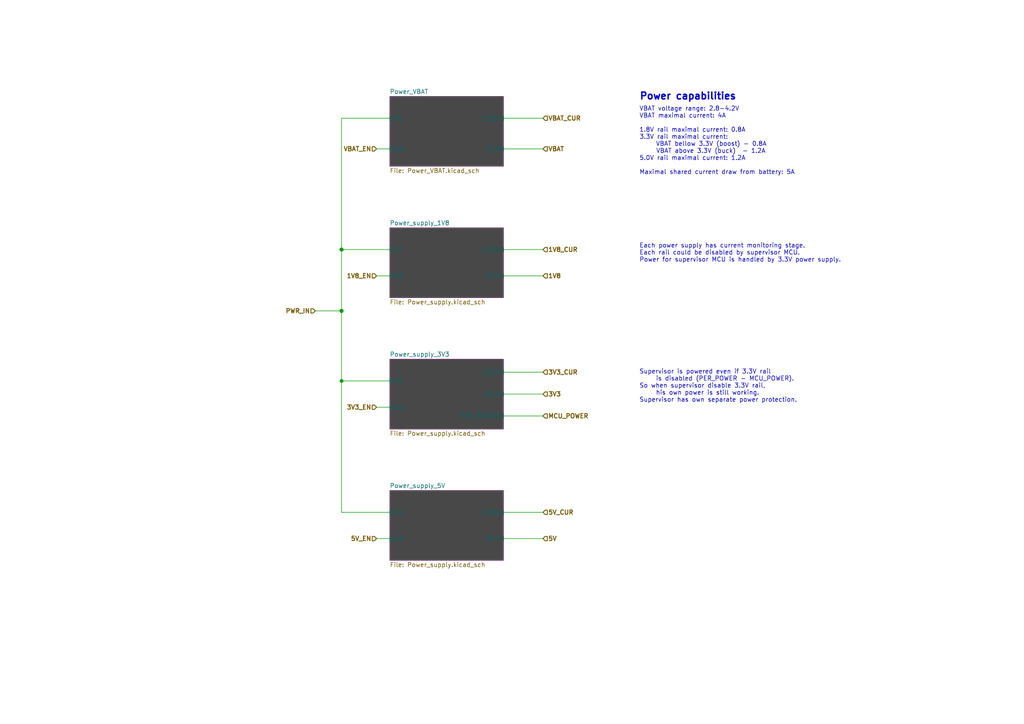
<source format=kicad_sch>
(kicad_sch (version 20210621) (generator eeschema)
  (paper "A4")
  (title_block (title "BUTCube - EPS") (date "2021-06-01") (rev "v1.0") (company "VUT - FIT(STRaDe) & FME(IAE & IPE)") (comment 1 "Author: Petr Malaník"))
  (lib_symbols)
  (junction (at 99.06 72.39) (diameter 1.016))
  (junction (at 99.06 90.17) (diameter 1.016))
  (junction (at 99.06 110.49) (diameter 0.9144))
  (wire (pts (xy 99.06 34.29) (xy 99.06 72.39)))
  (wire (pts (xy 99.06 72.39) (xy 99.06 90.17)))
  (wire (pts (xy 99.06 72.39) (xy 113.03 72.39)))
  (wire (pts (xy 99.06 90.17) (xy 91.44 90.17)))
  (wire (pts (xy 99.06 90.17) (xy 99.06 110.49)))
  (wire (pts (xy 99.06 110.49) (xy 113.03 110.49)))
  (wire (pts (xy 99.06 148.59) (xy 99.06 110.49)))
  (wire (pts (xy 99.06 148.59) (xy 113.03 148.59)))
  (wire (pts (xy 109.22 43.18) (xy 113.03 43.18)))
  (wire (pts (xy 109.22 80.01) (xy 113.03 80.01)))
  (wire (pts (xy 109.22 118.11) (xy 113.03 118.11)))
  (wire (pts (xy 109.22 156.21) (xy 113.03 156.21)))
  (wire (pts (xy 113.03 34.29) (xy 99.06 34.29)))
  (wire (pts (xy 146.05 34.29) (xy 157.48 34.29)))
  (wire (pts (xy 146.05 43.18) (xy 157.48 43.18)))
  (wire (pts (xy 146.05 72.39) (xy 157.48 72.39)))
  (wire (pts (xy 146.05 80.01) (xy 157.48 80.01)))
  (wire (pts (xy 146.05 107.95) (xy 157.48 107.95)))
  (wire (pts (xy 146.05 114.3) (xy 157.48 114.3)))
  (wire (pts (xy 146.05 120.65) (xy 157.48 120.65)))
  (wire (pts (xy 146.05 148.59) (xy 157.48 148.59)))
  (wire (pts (xy 146.05 156.21) (xy 157.48 156.21)))
  (text "Power capabilities" (at 185.42 29.21 0) (effects (font (size 2 2) (thickness 0.4) bold) (justify left bottom)))
  (text "VBAT voltage range: 2.8-4.2V\nVBAT maximal current: 4A\n\n1.8V rail maximal current: 0.8A\n3.3V rail maximal current:\n	VBAT bellow 3.3V (boost) - 0.8A\n     VBAT above 3.3V (buck)  - 1.2A\n5.0V rail maximal current: 1.2A\n\nMaximal shared current draw from battery: 5A\n" (at 185.42 50.8 0) (effects (font (size 1.27 1.27)) (justify left bottom)))
  (text "Each power supply has current monitoring stage.\nEach rail could be disabled by supervisor MCU.\nPower for supervisor MCU is handled by 3.3V power supply.\n" (at 185.42 76.2 0) (effects (font (size 1.27 1.27)) (justify left bottom)))
  (text "Supervisor is powered even if 3.3V rail\n	is disabled (PER_POWER - MCU_POWER).\nSo when supervisor disable 3.3V rail,\n	his own power is still working.\nSupervisor has own separate power protection." (at 185.42 116.84 0) (effects (font (size 1.27 1.27)) (justify left bottom)))
  (hierarchical_label "PWR_IN" (shape input) (at 91.44 90.17 180) (effects (font (thickness 0.254))))
  (hierarchical_label "VBAT_EN" (shape input) (at 109.22 43.18 180) (effects (font (thickness 0.254))))
  (hierarchical_label "1V8_EN" (shape input) (at 109.22 80.01 180) (effects (font (thickness 0.254))))
  (hierarchical_label "3V3_EN" (shape input) (at 109.22 118.11 180) (effects (font (thickness 0.254))))
  (hierarchical_label "5V_EN" (shape input) (at 109.22 156.21 180) (effects (font (thickness 0.254))))
  (hierarchical_label "VBAT_CUR" (shape input) (at 157.48 34.29 0) (effects (font (thickness 0.254))))
  (hierarchical_label "VBAT" (shape input) (at 157.48 43.18 0) (effects (font (thickness 0.254))))
  (hierarchical_label "1V8_CUR" (shape input) (at 157.48 72.39 0) (effects (font (thickness 0.254))))
  (hierarchical_label "1V8" (shape input) (at 157.48 80.01 0) (effects (font (thickness 0.254))))
  (hierarchical_label "3V3_CUR" (shape input) (at 157.48 107.95 0) (effects (font (thickness 0.254))))
  (hierarchical_label "3V3" (shape input) (at 157.48 114.3 0) (effects (font (thickness 0.254))))
  (hierarchical_label "MCU_POWER" (shape input) (at 157.48 120.65 0) (effects (font (thickness 0.254))))
  (hierarchical_label "5V_CUR" (shape input) (at 157.48 148.59 0) (effects (font (thickness 0.254))))
  (hierarchical_label "5V" (shape input) (at 157.48 156.21 0) (effects (font (thickness 0.254))))
  (sheet (at 113.03 27.94) (size 33.02 20.32) (stroke (width 0.001) (color 132 0 132 1)) (fill (color 72 72 72 1.0000))
    (property "Sheet name" "Power_VBAT" (at 113.03 27.3043 0) (effects (justify left bottom)))
    (property "Sheet file" "Power_VBAT.kicad_sch" (at 113.03 48.7687 0) (effects (justify left top)))
    (pin "OUT" input (at 146.05 43.18 0))
    (pin "IN" input (at 113.03 34.29 180))
    (pin "I_SEN" input (at 146.05 34.29 0))
    (pin "EN" input (at 113.03 43.18 180))
  )
  (sheet (at 113.03 66.04) (size 33.02 20.32) (stroke (width 0.001) (color 132 0 132 1)) (fill (color 72 72 72 1.0000))
    (property "Sheet name" "Power_supply_1V8" (at 113.03 65.4043 0) (effects (justify left bottom)))
    (property "Sheet file" "Power_supply.kicad_sch" (at 113.03 86.8687 0) (effects (justify left top)))
    (pin "IN" input (at 113.03 72.39 180))
    (pin "OUT" input (at 146.05 80.01 0))
    (pin "I_SEN" input (at 146.05 72.39 0))
    (pin "EN" input (at 113.03 80.01 180))
  )
  (sheet (at 113.03 104.14) (size 33.02 20.32) (stroke (width 0.001) (color 132 0 132 1)) (fill (color 72 72 72 1.0000))
    (property "Sheet name" "Power_supply_3V3" (at 113.03 103.5043 0) (effects (justify left bottom)))
    (property "Sheet file" "Power_supply.kicad_sch" (at 113.03 124.9687 0) (effects (justify left top)))
    (pin "IN" input (at 113.03 110.49 180))
    (pin "OUT" input (at 146.05 114.3 0))
    (pin "I_SEN" input (at 146.05 107.95 0))
    (pin "EN" input (at 113.03 118.11 180))
    (pin "PER_POWER" input (at 146.05 120.65 0))
  )
  (sheet (at 113.03 142.24) (size 33.02 20.32) (stroke (width 0.001) (color 132 0 132 1)) (fill (color 72 72 72 1.0000))
    (property "Sheet name" "Power_supply_5V" (at 113.03 141.6043 0) (effects (justify left bottom)))
    (property "Sheet file" "Power_supply.kicad_sch" (at 113.03 163.0687 0) (effects (justify left top)))
    (pin "IN" input (at 113.03 148.59 180))
    (pin "OUT" input (at 146.05 156.21 0))
    (pin "I_SEN" input (at 146.05 148.59 0))
    (pin "EN" input (at 113.03 156.21 180))
  )
)
</source>
